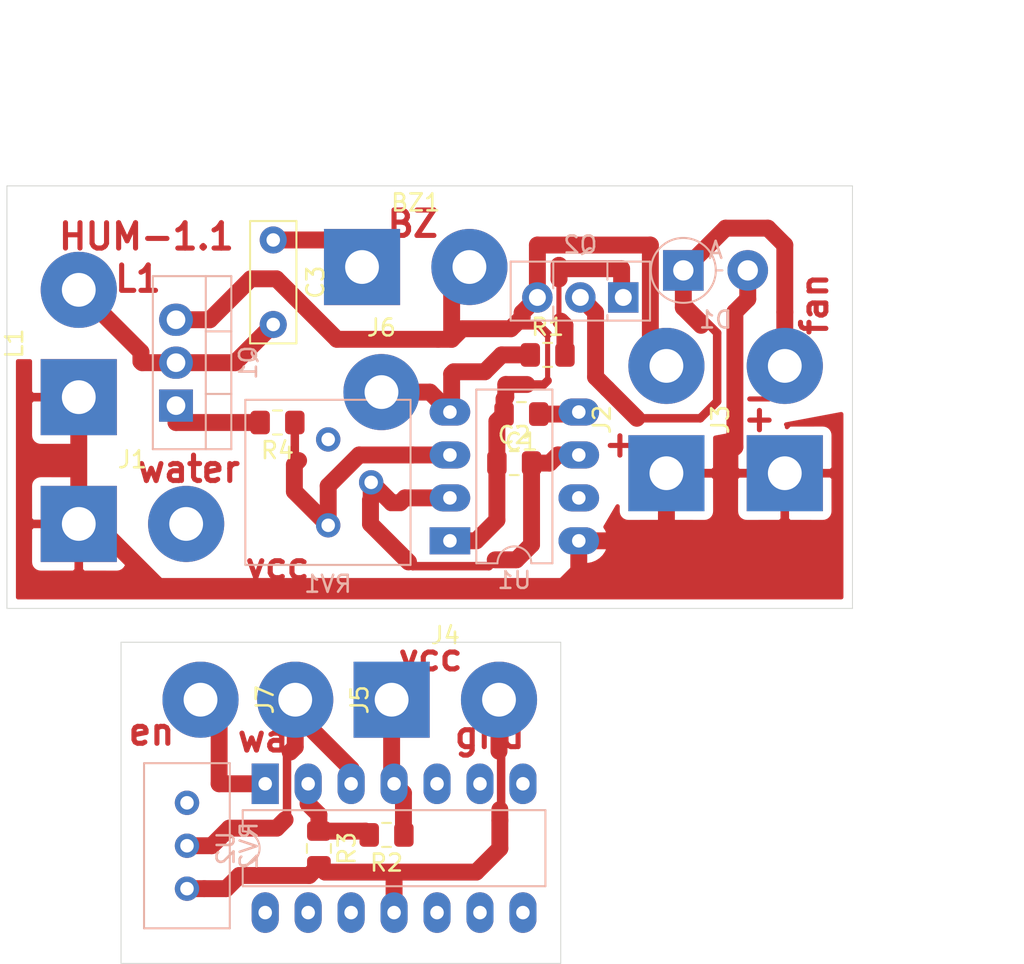
<source format=kicad_pcb>
(kicad_pcb (version 20171130) (host pcbnew 5.1.2)

  (general
    (thickness 1.6)
    (drawings 23)
    (tracks 167)
    (zones 0)
    (modules 23)
    (nets 14)
  )

  (page A4)
  (layers
    (0 F.Cu signal)
    (31 B.Cu signal)
    (32 B.Adhes user hide)
    (33 F.Adhes user hide)
    (34 B.Paste user hide)
    (35 F.Paste user hide)
    (36 B.SilkS user)
    (37 F.SilkS user)
    (38 B.Mask user)
    (39 F.Mask user)
    (40 Dwgs.User user)
    (41 Cmts.User user)
    (42 Eco1.User user)
    (43 Eco2.User user)
    (44 Edge.Cuts user)
    (45 Margin user)
    (46 B.CrtYd user)
    (47 F.CrtYd user)
    (48 B.Fab user)
    (49 F.Fab user)
  )

  (setup
    (last_trace_width 1)
    (user_trace_width 0.3)
    (user_trace_width 0.5)
    (user_trace_width 1)
    (trace_clearance 0.2)
    (zone_clearance 0.508)
    (zone_45_only no)
    (trace_min 0.2)
    (via_size 0.8)
    (via_drill 0.4)
    (via_min_size 0.4)
    (via_min_drill 0.3)
    (user_via 1.2 0.6)
    (uvia_size 0.3)
    (uvia_drill 0.1)
    (uvias_allowed no)
    (uvia_min_size 0.2)
    (uvia_min_drill 0.1)
    (edge_width 0.05)
    (segment_width 0.2)
    (pcb_text_width 0.3)
    (pcb_text_size 1.5 1.5)
    (mod_edge_width 0.12)
    (mod_text_size 1 1)
    (mod_text_width 0.15)
    (pad_size 2.4 1.6)
    (pad_drill 0.8)
    (pad_to_mask_clearance 0.051)
    (solder_mask_min_width 0.25)
    (aux_axis_origin 0 0)
    (visible_elements FFFFFF7F)
    (pcbplotparams
      (layerselection 0x01000_7fffffff)
      (usegerberextensions false)
      (usegerberattributes false)
      (usegerberadvancedattributes false)
      (creategerberjobfile false)
      (excludeedgelayer true)
      (linewidth 0.100000)
      (plotframeref false)
      (viasonmask false)
      (mode 1)
      (useauxorigin false)
      (hpglpennumber 1)
      (hpglpenspeed 20)
      (hpglpendiameter 15.000000)
      (psnegative false)
      (psa4output false)
      (plotreference true)
      (plotvalue true)
      (plotinvisibletext false)
      (padsonsilk false)
      (subtractmaskfromsilk false)
      (outputformat 5)
      (mirror true)
      (drillshape 1)
      (scaleselection 1)
      (outputdirectory ""))
  )

  (net 0 "")
  (net 1 GND)
  (net 2 "Net-(BZ1-Pad1)")
  (net 3 "Net-(C1-Pad1)")
  (net 4 26)
  (net 5 "Net-(C3-Pad2)")
  (net 6 VCC)
  (net 7 "Net-(Q1-Pad1)")
  (net 8 "Net-(R4-Pad1)")
  (net 9 "Net-(D1-Pad1)")
  (net 10 water)
  (net 11 "Net-(Q2-Pad1)")
  (net 12 EN)
  (net 13 "Net-(R2-Pad2)")

  (net_class Default "This is the default net class."
    (clearance 0.2)
    (trace_width 0.25)
    (via_dia 0.8)
    (via_drill 0.4)
    (uvia_dia 0.3)
    (uvia_drill 0.1)
    (add_net 26)
    (add_net EN)
    (add_net GND)
    (add_net "Net-(BZ1-Pad1)")
    (add_net "Net-(C1-Pad1)")
    (add_net "Net-(C3-Pad2)")
    (add_net "Net-(D1-Pad1)")
    (add_net "Net-(Q1-Pad1)")
    (add_net "Net-(Q2-Pad1)")
    (add_net "Net-(R2-Pad2)")
    (add_net "Net-(R4-Pad1)")
    (add_net "Net-(RV1-Pad1)")
    (add_net "Net-(RV2-Pad1)")
    (add_net "Net-(U1-Pad7)")
    (add_net VCC)
    (add_net water)
  )

  (module Connector_Wire:SolderWirePad_1x01_Drill2mm (layer F.Cu) (tedit 5AEE5ED2) (tstamp 5D2A8F2C)
    (at 72.7 113.4 270)
    (descr "Wire solder connection")
    (tags connector)
    (path /5D2C7AFF)
    (attr virtual)
    (fp_text reference J7 (at 0 -3.81 90) (layer F.SilkS)
      (effects (font (size 1 1) (thickness 0.15)))
    )
    (fp_text value en (at 0 3.81 90) (layer F.Fab)
      (effects (font (size 1 1) (thickness 0.15)))
    )
    (fp_line (start 2.75 2.75) (end -2.75 2.75) (layer F.CrtYd) (width 0.05))
    (fp_line (start 2.75 2.75) (end 2.75 -2.75) (layer F.CrtYd) (width 0.05))
    (fp_line (start -2.75 -2.75) (end -2.75 2.75) (layer F.CrtYd) (width 0.05))
    (fp_line (start -2.75 -2.75) (end 2.75 -2.75) (layer F.CrtYd) (width 0.05))
    (fp_text user %R (at 0 0 90) (layer F.Fab)
      (effects (font (size 1 1) (thickness 0.15)))
    )
    (pad 1 thru_hole circle (at 0 0 270) (size 4.50088 4.50088) (drill 1.99898) (layers *.Cu *.Mask)
      (net 12 EN))
  )

  (module Connector_Wire:SolderWirePad_1x01_Drill2mm (layer F.Cu) (tedit 5AEE5ED2) (tstamp 5D2A8679)
    (at 78.3 113.4 270)
    (descr "Wire solder connection")
    (tags connector)
    (path /5D2C5E36)
    (attr virtual)
    (fp_text reference J5 (at 0 -3.81 90) (layer F.SilkS)
      (effects (font (size 1 1) (thickness 0.15)))
    )
    (fp_text value water (at 0 3.81 90) (layer F.Fab)
      (effects (font (size 1 1) (thickness 0.15)))
    )
    (fp_line (start 2.75 2.75) (end -2.75 2.75) (layer F.CrtYd) (width 0.05))
    (fp_line (start 2.75 2.75) (end 2.75 -2.75) (layer F.CrtYd) (width 0.05))
    (fp_line (start -2.75 -2.75) (end -2.75 2.75) (layer F.CrtYd) (width 0.05))
    (fp_line (start -2.75 -2.75) (end 2.75 -2.75) (layer F.CrtYd) (width 0.05))
    (fp_text user %R (at 0 0 90) (layer F.Fab)
      (effects (font (size 1 1) (thickness 0.15)))
    )
    (pad 1 thru_hole circle (at 0 0 270) (size 4.50088 4.50088) (drill 1.99898) (layers *.Cu *.Mask)
      (net 10 water))
  )

  (module Connector_Wire:SolderWirePad_1x01_Drill2mm (layer F.Cu) (tedit 5AEE5ED2) (tstamp 5D2A7913)
    (at 83.4 95.2)
    (descr "Wire solder connection")
    (tags connector)
    (path /5D2BC582)
    (attr virtual)
    (fp_text reference J6 (at 0 -3.81) (layer F.SilkS)
      (effects (font (size 1 1) (thickness 0.15)))
    )
    (fp_text value en (at 0 3.81) (layer F.Fab)
      (effects (font (size 1 1) (thickness 0.15)))
    )
    (fp_line (start 2.75 2.75) (end -2.75 2.75) (layer F.CrtYd) (width 0.05))
    (fp_line (start 2.75 2.75) (end 2.75 -2.75) (layer F.CrtYd) (width 0.05))
    (fp_line (start -2.75 -2.75) (end -2.75 2.75) (layer F.CrtYd) (width 0.05))
    (fp_line (start -2.75 -2.75) (end 2.75 -2.75) (layer F.CrtYd) (width 0.05))
    (fp_text user %R (at 0 0) (layer F.Fab)
      (effects (font (size 1 1) (thickness 0.15)))
    )
    (pad 1 thru_hole circle (at 0 0) (size 4.50088 4.50088) (drill 1.99898) (layers *.Cu *.Mask)
      (net 12 EN))
  )

  (module Connector_Wire:SolderWirePad_1x02_P7.62mm_Drill2mm (layer F.Cu) (tedit 5AEE5F3D) (tstamp 5D2A78FF)
    (at 84 113.4)
    (descr "Wire solder connection")
    (tags connector)
    (path /5D2BA9A7)
    (attr virtual)
    (fp_text reference J4 (at 3.175 -3.81) (layer F.SilkS)
      (effects (font (size 1 1) (thickness 0.15)))
    )
    (fp_text value PWR (at 3.175 3.81) (layer F.Fab)
      (effects (font (size 1 1) (thickness 0.15)))
    )
    (fp_line (start 9.09 2.75) (end -2.75 2.75) (layer F.CrtYd) (width 0.05))
    (fp_line (start 9.09 2.75) (end 9.09 -2.75) (layer F.CrtYd) (width 0.05))
    (fp_line (start -2.75 -2.75) (end -2.75 2.75) (layer F.CrtYd) (width 0.05))
    (fp_line (start -2.75 -2.75) (end 9.09 -2.75) (layer F.CrtYd) (width 0.05))
    (fp_text user %R (at 3.175 0) (layer F.Fab)
      (effects (font (size 1 1) (thickness 0.15)))
    )
    (pad 2 thru_hole circle (at 6.35 0) (size 4.50088 4.50088) (drill 1.99898) (layers *.Cu *.Mask)
      (net 1 GND))
    (pad 1 thru_hole rect (at 0 0) (size 4.50088 4.50088) (drill 1.99898) (layers *.Cu *.Mask)
      (net 6 VCC))
  )

  (module Package_DIP:DIP-14_W7.62mm_LongPads (layer B.Cu) (tedit 5A02E8C5) (tstamp 5D2A6E05)
    (at 76.524999 118.375001 270)
    (descr "14-lead though-hole mounted DIP package, row spacing 7.62 mm (300 mils), LongPads")
    (tags "THT DIP DIL PDIP 2.54mm 7.62mm 300mil LongPads")
    (path /5D2A75B3)
    (fp_text reference U2 (at 3.81 2.33 90) (layer B.SilkS)
      (effects (font (size 1 1) (thickness 0.15)) (justify mirror))
    )
    (fp_text value LM324 (at 3.81 -17.57 90) (layer B.Fab)
      (effects (font (size 1 1) (thickness 0.15)) (justify mirror))
    )
    (fp_text user %R (at 3.81 -7.62 90) (layer B.Fab)
      (effects (font (size 1 1) (thickness 0.15)) (justify mirror))
    )
    (fp_line (start 9.1 1.55) (end -1.45 1.55) (layer B.CrtYd) (width 0.05))
    (fp_line (start 9.1 -16.8) (end 9.1 1.55) (layer B.CrtYd) (width 0.05))
    (fp_line (start -1.45 -16.8) (end 9.1 -16.8) (layer B.CrtYd) (width 0.05))
    (fp_line (start -1.45 1.55) (end -1.45 -16.8) (layer B.CrtYd) (width 0.05))
    (fp_line (start 6.06 1.33) (end 4.81 1.33) (layer B.SilkS) (width 0.12))
    (fp_line (start 6.06 -16.57) (end 6.06 1.33) (layer B.SilkS) (width 0.12))
    (fp_line (start 1.56 -16.57) (end 6.06 -16.57) (layer B.SilkS) (width 0.12))
    (fp_line (start 1.56 1.33) (end 1.56 -16.57) (layer B.SilkS) (width 0.12))
    (fp_line (start 2.81 1.33) (end 1.56 1.33) (layer B.SilkS) (width 0.12))
    (fp_line (start 0.635 0.27) (end 1.635 1.27) (layer B.Fab) (width 0.1))
    (fp_line (start 0.635 -16.51) (end 0.635 0.27) (layer B.Fab) (width 0.1))
    (fp_line (start 6.985 -16.51) (end 0.635 -16.51) (layer B.Fab) (width 0.1))
    (fp_line (start 6.985 1.27) (end 6.985 -16.51) (layer B.Fab) (width 0.1))
    (fp_line (start 1.635 1.27) (end 6.985 1.27) (layer B.Fab) (width 0.1))
    (fp_arc (start 3.81 1.33) (end 2.81 1.33) (angle 180) (layer B.SilkS) (width 0.12))
    (pad 14 thru_hole oval (at 7.62 0 270) (size 2.4 1.6) (drill 0.8) (layers *.Cu *.Mask))
    (pad 7 thru_hole oval (at 0 -15.24 270) (size 2.4 1.6) (drill 0.8) (layers *.Cu *.Mask))
    (pad 13 thru_hole oval (at 7.62 -2.54 270) (size 2.4 1.6) (drill 0.8) (layers *.Cu *.Mask))
    (pad 6 thru_hole oval (at 0 -12.7 270) (size 2.4 1.6) (drill 0.8) (layers *.Cu *.Mask))
    (pad 12 thru_hole oval (at 7.62 -5.08 270) (size 2.4 1.6) (drill 0.8) (layers *.Cu *.Mask))
    (pad 5 thru_hole oval (at 0 -10.16 270) (size 2.4 1.6) (drill 0.8) (layers *.Cu *.Mask))
    (pad 11 thru_hole oval (at 7.62 -7.62 270) (size 2.4 1.6) (drill 0.8) (layers *.Cu *.Mask)
      (net 1 GND))
    (pad 4 thru_hole oval (at 0 -7.62 270) (size 2.4 1.6) (drill 0.8) (layers *.Cu *.Mask)
      (net 6 VCC))
    (pad 10 thru_hole oval (at 7.62 -10.16 270) (size 2.4 1.6) (drill 0.8) (layers *.Cu *.Mask))
    (pad 3 thru_hole oval (at 0 -5.08 270) (size 2.4 1.6) (drill 0.8) (layers *.Cu *.Mask)
      (net 10 water))
    (pad 9 thru_hole oval (at 7.62 -12.7 270) (size 2.4 1.6) (drill 0.8) (layers *.Cu *.Mask))
    (pad 2 thru_hole oval (at 0 -2.54 270) (size 2.4 1.6) (drill 0.8) (layers *.Cu *.Mask)
      (net 13 "Net-(R2-Pad2)"))
    (pad 8 thru_hole oval (at 7.62 -15.24 270) (size 2.4 1.6) (drill 0.8) (layers *.Cu *.Mask))
    (pad 1 thru_hole rect (at 0 0 270) (size 2.4 1.6) (drill 0.8) (layers *.Cu *.Mask)
      (net 12 EN))
    (model ${KISYS3DMOD}/Package_DIP.3dshapes/DIP-14_W7.62mm.wrl
      (at (xyz 0 0 0))
      (scale (xyz 1 1 1))
      (rotate (xyz 0 0 0))
    )
  )

  (module Potentiometer_THT:Potentiometer_Bourns_3296W_Vertical (layer B.Cu) (tedit 5A3D4994) (tstamp 5D2A6DAD)
    (at 71.9 119.5 90)
    (descr "Potentiometer, vertical, Bourns 3296W, https://www.bourns.com/pdfs/3296.pdf")
    (tags "Potentiometer vertical Bourns 3296W")
    (path /5D2B1E6C)
    (fp_text reference RV2 (at -2.54 3.66 90) (layer B.SilkS)
      (effects (font (size 1 1) (thickness 0.15)) (justify mirror))
    )
    (fp_text value 100K (at -2.54 -3.67 90) (layer B.Fab)
      (effects (font (size 1 1) (thickness 0.15)) (justify mirror))
    )
    (fp_text user %R (at -3.175 -0.005 90) (layer B.Fab)
      (effects (font (size 1 1) (thickness 0.15)) (justify mirror))
    )
    (fp_line (start 2.5 2.7) (end -7.6 2.7) (layer B.CrtYd) (width 0.05))
    (fp_line (start 2.5 -2.7) (end 2.5 2.7) (layer B.CrtYd) (width 0.05))
    (fp_line (start -7.6 -2.7) (end 2.5 -2.7) (layer B.CrtYd) (width 0.05))
    (fp_line (start -7.6 2.7) (end -7.6 -2.7) (layer B.CrtYd) (width 0.05))
    (fp_line (start 2.345 2.53) (end 2.345 -2.54) (layer B.SilkS) (width 0.12))
    (fp_line (start -7.425 2.53) (end -7.425 -2.54) (layer B.SilkS) (width 0.12))
    (fp_line (start -7.425 -2.54) (end 2.345 -2.54) (layer B.SilkS) (width 0.12))
    (fp_line (start -7.425 2.53) (end 2.345 2.53) (layer B.SilkS) (width 0.12))
    (fp_line (start 0.955 -2.235) (end 0.956 -0.066) (layer B.Fab) (width 0.1))
    (fp_line (start 0.955 -2.235) (end 0.956 -0.066) (layer B.Fab) (width 0.1))
    (fp_line (start 2.225 2.41) (end -7.305 2.41) (layer B.Fab) (width 0.1))
    (fp_line (start 2.225 -2.42) (end 2.225 2.41) (layer B.Fab) (width 0.1))
    (fp_line (start -7.305 -2.42) (end 2.225 -2.42) (layer B.Fab) (width 0.1))
    (fp_line (start -7.305 2.41) (end -7.305 -2.42) (layer B.Fab) (width 0.1))
    (fp_circle (center 0.955 -1.15) (end 2.05 -1.15) (layer B.Fab) (width 0.1))
    (pad 3 thru_hole circle (at -5.08 0 90) (size 1.44 1.44) (drill 0.8) (layers *.Cu *.Mask)
      (net 1 GND))
    (pad 2 thru_hole circle (at -2.54 0 90) (size 1.44 1.44) (drill 0.8) (layers *.Cu *.Mask)
      (net 10 water))
    (pad 1 thru_hole circle (at 0 0 90) (size 1.44 1.44) (drill 0.8) (layers *.Cu *.Mask))
    (model ${KISYS3DMOD}/Potentiometer_THT.3dshapes/Potentiometer_Bourns_3296W_Vertical.wrl
      (at (xyz 0 0 0))
      (scale (xyz 1 1 1))
      (rotate (xyz 0 0 0))
    )
  )

  (module Resistor_SMD:R_0805_2012Metric_Pad1.15x1.40mm_HandSolder (layer F.Cu) (tedit 5B36C52B) (tstamp 5D2A6D4A)
    (at 79.7 122.2 270)
    (descr "Resistor SMD 0805 (2012 Metric), square (rectangular) end terminal, IPC_7351 nominal with elongated pad for handsoldering. (Body size source: https://docs.google.com/spreadsheets/d/1BsfQQcO9C6DZCsRaXUlFlo91Tg2WpOkGARC1WS5S8t0/edit?usp=sharing), generated with kicad-footprint-generator")
    (tags "resistor handsolder")
    (path /5D2ADB6A)
    (attr smd)
    (fp_text reference R3 (at 0 -1.65 90) (layer F.SilkS)
      (effects (font (size 1 1) (thickness 0.15)))
    )
    (fp_text value 47K (at 0 1.65 90) (layer F.Fab)
      (effects (font (size 1 1) (thickness 0.15)))
    )
    (fp_text user %R (at 0 0 90) (layer F.Fab)
      (effects (font (size 0.5 0.5) (thickness 0.08)))
    )
    (fp_line (start 1.85 0.95) (end -1.85 0.95) (layer F.CrtYd) (width 0.05))
    (fp_line (start 1.85 -0.95) (end 1.85 0.95) (layer F.CrtYd) (width 0.05))
    (fp_line (start -1.85 -0.95) (end 1.85 -0.95) (layer F.CrtYd) (width 0.05))
    (fp_line (start -1.85 0.95) (end -1.85 -0.95) (layer F.CrtYd) (width 0.05))
    (fp_line (start -0.261252 0.71) (end 0.261252 0.71) (layer F.SilkS) (width 0.12))
    (fp_line (start -0.261252 -0.71) (end 0.261252 -0.71) (layer F.SilkS) (width 0.12))
    (fp_line (start 1 0.6) (end -1 0.6) (layer F.Fab) (width 0.1))
    (fp_line (start 1 -0.6) (end 1 0.6) (layer F.Fab) (width 0.1))
    (fp_line (start -1 -0.6) (end 1 -0.6) (layer F.Fab) (width 0.1))
    (fp_line (start -1 0.6) (end -1 -0.6) (layer F.Fab) (width 0.1))
    (pad 2 smd roundrect (at 1.025 0 270) (size 1.15 1.4) (layers F.Cu F.Paste F.Mask) (roundrect_rratio 0.217391)
      (net 1 GND))
    (pad 1 smd roundrect (at -1.025 0 270) (size 1.15 1.4) (layers F.Cu F.Paste F.Mask) (roundrect_rratio 0.217391)
      (net 13 "Net-(R2-Pad2)"))
    (model ${KISYS3DMOD}/Resistor_SMD.3dshapes/R_0805_2012Metric.wrl
      (at (xyz 0 0 0))
      (scale (xyz 1 1 1))
      (rotate (xyz 0 0 0))
    )
  )

  (module Resistor_SMD:R_0805_2012Metric_Pad1.15x1.40mm_HandSolder (layer F.Cu) (tedit 5B36C52B) (tstamp 5D2A6D39)
    (at 83.7 121.4 180)
    (descr "Resistor SMD 0805 (2012 Metric), square (rectangular) end terminal, IPC_7351 nominal with elongated pad for handsoldering. (Body size source: https://docs.google.com/spreadsheets/d/1BsfQQcO9C6DZCsRaXUlFlo91Tg2WpOkGARC1WS5S8t0/edit?usp=sharing), generated with kicad-footprint-generator")
    (tags "resistor handsolder")
    (path /5D2AE8F7)
    (attr smd)
    (fp_text reference R2 (at 0 -1.65) (layer F.SilkS)
      (effects (font (size 1 1) (thickness 0.15)))
    )
    (fp_text value 47k (at 0 1.65) (layer F.Fab)
      (effects (font (size 1 1) (thickness 0.15)))
    )
    (fp_text user %R (at 0 0) (layer F.Fab)
      (effects (font (size 0.5 0.5) (thickness 0.08)))
    )
    (fp_line (start 1.85 0.95) (end -1.85 0.95) (layer F.CrtYd) (width 0.05))
    (fp_line (start 1.85 -0.95) (end 1.85 0.95) (layer F.CrtYd) (width 0.05))
    (fp_line (start -1.85 -0.95) (end 1.85 -0.95) (layer F.CrtYd) (width 0.05))
    (fp_line (start -1.85 0.95) (end -1.85 -0.95) (layer F.CrtYd) (width 0.05))
    (fp_line (start -0.261252 0.71) (end 0.261252 0.71) (layer F.SilkS) (width 0.12))
    (fp_line (start -0.261252 -0.71) (end 0.261252 -0.71) (layer F.SilkS) (width 0.12))
    (fp_line (start 1 0.6) (end -1 0.6) (layer F.Fab) (width 0.1))
    (fp_line (start 1 -0.6) (end 1 0.6) (layer F.Fab) (width 0.1))
    (fp_line (start -1 -0.6) (end 1 -0.6) (layer F.Fab) (width 0.1))
    (fp_line (start -1 0.6) (end -1 -0.6) (layer F.Fab) (width 0.1))
    (pad 2 smd roundrect (at 1.025 0 180) (size 1.15 1.4) (layers F.Cu F.Paste F.Mask) (roundrect_rratio 0.217391)
      (net 13 "Net-(R2-Pad2)"))
    (pad 1 smd roundrect (at -1.025 0 180) (size 1.15 1.4) (layers F.Cu F.Paste F.Mask) (roundrect_rratio 0.217391)
      (net 6 VCC))
    (model ${KISYS3DMOD}/Resistor_SMD.3dshapes/R_0805_2012Metric.wrl
      (at (xyz 0 0 0))
      (scale (xyz 1 1 1))
      (rotate (xyz 0 0 0))
    )
  )

  (module Package_TO_SOT_THT:TO-126-3_Vertical (layer B.Cu) (tedit 5AC8BA0D) (tstamp 5D2A6D08)
    (at 97.7 89.6 180)
    (descr "TO-126-3, Vertical, RM 2.54mm, see https://www.diodes.com/assets/Package-Files/TO126.pdf")
    (tags "TO-126-3 Vertical RM 2.54mm")
    (path /5D2A6785)
    (fp_text reference Q2 (at 2.54 3.12) (layer B.SilkS)
      (effects (font (size 1 1) (thickness 0.15)) (justify mirror))
    )
    (fp_text value MJE13003 (at 2.54 -2.5) (layer B.Fab)
      (effects (font (size 1 1) (thickness 0.15)) (justify mirror))
    )
    (fp_text user %R (at 2.54 3.12) (layer B.Fab)
      (effects (font (size 1 1) (thickness 0.15)) (justify mirror))
    )
    (fp_line (start 6.79 2.25) (end -1.71 2.25) (layer B.CrtYd) (width 0.05))
    (fp_line (start 6.79 -1.5) (end 6.79 2.25) (layer B.CrtYd) (width 0.05))
    (fp_line (start -1.71 -1.5) (end 6.79 -1.5) (layer B.CrtYd) (width 0.05))
    (fp_line (start -1.71 2.25) (end -1.71 -1.5) (layer B.CrtYd) (width 0.05))
    (fp_line (start 4.141 -0.54) (end 4.141 -1.37) (layer B.SilkS) (width 0.12))
    (fp_line (start 4.141 2.12) (end 4.141 0.54) (layer B.SilkS) (width 0.12))
    (fp_line (start 0.94 -1.05) (end 0.94 -1.37) (layer B.SilkS) (width 0.12))
    (fp_line (start 0.94 2.12) (end 0.94 1.05) (layer B.SilkS) (width 0.12))
    (fp_line (start 6.66 2.12) (end 6.66 -1.37) (layer B.SilkS) (width 0.12))
    (fp_line (start -1.58 2.12) (end -1.58 -1.37) (layer B.SilkS) (width 0.12))
    (fp_line (start -1.58 -1.37) (end 6.66 -1.37) (layer B.SilkS) (width 0.12))
    (fp_line (start -1.58 2.12) (end 6.66 2.12) (layer B.SilkS) (width 0.12))
    (fp_line (start 4.14 2) (end 4.14 -1.25) (layer B.Fab) (width 0.1))
    (fp_line (start 0.94 2) (end 0.94 -1.25) (layer B.Fab) (width 0.1))
    (fp_line (start 6.54 2) (end -1.46 2) (layer B.Fab) (width 0.1))
    (fp_line (start 6.54 -1.25) (end 6.54 2) (layer B.Fab) (width 0.1))
    (fp_line (start -1.46 -1.25) (end 6.54 -1.25) (layer B.Fab) (width 0.1))
    (fp_line (start -1.46 2) (end -1.46 -1.25) (layer B.Fab) (width 0.1))
    (pad 3 thru_hole oval (at 5.08 0 180) (size 1.8 1.8) (drill 1) (layers *.Cu *.Mask)
      (net 1 GND))
    (pad 2 thru_hole oval (at 2.54 0 180) (size 1.8 1.8) (drill 1) (layers *.Cu *.Mask)
      (net 9 "Net-(D1-Pad1)"))
    (pad 1 thru_hole rect (at 0 0 180) (size 1.8 1.8) (drill 1) (layers *.Cu *.Mask)
      (net 11 "Net-(Q2-Pad1)"))
    (model ${KISYS3DMOD}/Package_TO_SOT_THT.3dshapes/TO-126-3_Vertical.wrl
      (at (xyz 0 0 0))
      (scale (xyz 1 1 1))
      (rotate (xyz 0 0 0))
    )
  )

  (module Potentiometer_THT:Potentiometer_Bourns_3386P_Vertical (layer B.Cu) (tedit 5AA07388) (tstamp 5D272A11)
    (at 80.25 98)
    (descr "Potentiometer, vertical, Bourns 3386P, https://www.bourns.com/pdfs/3386.pdf")
    (tags "Potentiometer vertical Bourns 3386P")
    (path /5D257C01)
    (fp_text reference RV1 (at -0.015 8.555) (layer B.SilkS)
      (effects (font (size 1 1) (thickness 0.15)) (justify mirror))
    )
    (fp_text value 5K (at -0.015 -3.475) (layer B.Fab)
      (effects (font (size 1 1) (thickness 0.15)) (justify mirror))
    )
    (fp_text user %R (at -3.78 2.54 -90) (layer B.Fab)
      (effects (font (size 1 1) (thickness 0.15)) (justify mirror))
    )
    (fp_line (start 5 7.56) (end -5.03 7.56) (layer B.CrtYd) (width 0.05))
    (fp_line (start 5 -2.48) (end 5 7.56) (layer B.CrtYd) (width 0.05))
    (fp_line (start -5.03 -2.48) (end 5 -2.48) (layer B.CrtYd) (width 0.05))
    (fp_line (start -5.03 7.56) (end -5.03 -2.48) (layer B.CrtYd) (width 0.05))
    (fp_line (start 4.87 7.425) (end 4.87 -2.345) (layer B.SilkS) (width 0.12))
    (fp_line (start -4.9 7.425) (end -4.9 -2.345) (layer B.SilkS) (width 0.12))
    (fp_line (start -4.9 -2.345) (end 4.87 -2.345) (layer B.SilkS) (width 0.12))
    (fp_line (start -4.9 7.425) (end 4.87 7.425) (layer B.SilkS) (width 0.12))
    (fp_line (start -0.891 0.98) (end -0.89 4.099) (layer B.Fab) (width 0.1))
    (fp_line (start -0.891 0.98) (end -0.89 4.099) (layer B.Fab) (width 0.1))
    (fp_line (start 4.75 7.305) (end -4.78 7.305) (layer B.Fab) (width 0.1))
    (fp_line (start 4.75 -2.225) (end 4.75 7.305) (layer B.Fab) (width 0.1))
    (fp_line (start -4.78 -2.225) (end 4.75 -2.225) (layer B.Fab) (width 0.1))
    (fp_line (start -4.78 7.305) (end -4.78 -2.225) (layer B.Fab) (width 0.1))
    (fp_circle (center -0.891 2.54) (end 0.684 2.54) (layer B.Fab) (width 0.1))
    (pad 1 thru_hole circle (at 0 0) (size 1.44 1.44) (drill 0.8) (layers *.Cu *.Mask))
    (pad 2 thru_hole circle (at 2.54 2.54) (size 1.44 1.44) (drill 0.8) (layers *.Cu *.Mask)
      (net 4 26))
    (pad 3 thru_hole circle (at 0 5.08) (size 1.44 1.44) (drill 0.8) (layers *.Cu *.Mask)
      (net 8 "Net-(R4-Pad1)"))
    (model ${KISYS3DMOD}/Potentiometer_THT.3dshapes/Potentiometer_Bourns_3386P_Vertical.wrl
      (at (xyz 0 0 0))
      (scale (xyz 1 1 1))
      (rotate (xyz 0 0 0))
    )
  )

  (module Resistor_SMD:R_0805_2012Metric_Pad1.15x1.40mm_HandSolder (layer F.Cu) (tedit 5B36C52B) (tstamp 5D271C79)
    (at 93.225 93)
    (descr "Resistor SMD 0805 (2012 Metric), square (rectangular) end terminal, IPC_7351 nominal with elongated pad for handsoldering. (Body size source: https://docs.google.com/spreadsheets/d/1BsfQQcO9C6DZCsRaXUlFlo91Tg2WpOkGARC1WS5S8t0/edit?usp=sharing), generated with kicad-footprint-generator")
    (tags "resistor handsolder")
    (path /5D27333A)
    (attr smd)
    (fp_text reference R1 (at 0 -1.65) (layer F.SilkS)
      (effects (font (size 1 1) (thickness 0.15)))
    )
    (fp_text value 1k (at 0 1.65) (layer F.Fab)
      (effects (font (size 1 1) (thickness 0.15)))
    )
    (fp_text user %R (at 0 0) (layer F.Fab)
      (effects (font (size 0.5 0.5) (thickness 0.08)))
    )
    (fp_line (start 1.85 0.95) (end -1.85 0.95) (layer F.CrtYd) (width 0.05))
    (fp_line (start 1.85 -0.95) (end 1.85 0.95) (layer F.CrtYd) (width 0.05))
    (fp_line (start -1.85 -0.95) (end 1.85 -0.95) (layer F.CrtYd) (width 0.05))
    (fp_line (start -1.85 0.95) (end -1.85 -0.95) (layer F.CrtYd) (width 0.05))
    (fp_line (start -0.261252 0.71) (end 0.261252 0.71) (layer F.SilkS) (width 0.12))
    (fp_line (start -0.261252 -0.71) (end 0.261252 -0.71) (layer F.SilkS) (width 0.12))
    (fp_line (start 1 0.6) (end -1 0.6) (layer F.Fab) (width 0.1))
    (fp_line (start 1 -0.6) (end 1 0.6) (layer F.Fab) (width 0.1))
    (fp_line (start -1 -0.6) (end 1 -0.6) (layer F.Fab) (width 0.1))
    (fp_line (start -1 0.6) (end -1 -0.6) (layer F.Fab) (width 0.1))
    (pad 2 smd roundrect (at 1.025 0) (size 1.15 1.4) (layers F.Cu F.Paste F.Mask) (roundrect_rratio 0.217391)
      (net 11 "Net-(Q2-Pad1)"))
    (pad 1 smd roundrect (at -1.025 0) (size 1.15 1.4) (layers F.Cu F.Paste F.Mask) (roundrect_rratio 0.217391)
      (net 12 EN))
    (model ${KISYS3DMOD}/Resistor_SMD.3dshapes/R_0805_2012Metric.wrl
      (at (xyz 0 0 0))
      (scale (xyz 1 1 1))
      (rotate (xyz 0 0 0))
    )
  )

  (module Connector_Wire:SolderWirePad_1x02_P7.62mm_Drill2mm (layer F.Cu) (tedit 5AEE5F3D) (tstamp 5D271C10)
    (at 107.25 100 90)
    (descr "Wire solder connection")
    (tags connector)
    (path /5D2715F1)
    (attr virtual)
    (fp_text reference J3 (at 3.175 -3.81 90) (layer F.SilkS)
      (effects (font (size 1 1) (thickness 0.15)))
    )
    (fp_text value FAN (at 3.175 3.81 90) (layer F.Fab)
      (effects (font (size 1 1) (thickness 0.15)))
    )
    (fp_line (start 9.09 2.75) (end -2.75 2.75) (layer F.CrtYd) (width 0.05))
    (fp_line (start 9.09 2.75) (end 9.09 -2.75) (layer F.CrtYd) (width 0.05))
    (fp_line (start -2.75 -2.75) (end -2.75 2.75) (layer F.CrtYd) (width 0.05))
    (fp_line (start -2.75 -2.75) (end 9.09 -2.75) (layer F.CrtYd) (width 0.05))
    (fp_text user %R (at 3.175 0 90) (layer F.Fab)
      (effects (font (size 1 1) (thickness 0.15)))
    )
    (pad 2 thru_hole circle (at 6.35 0 90) (size 4.50088 4.50088) (drill 1.99898) (layers *.Cu *.Mask)
      (net 9 "Net-(D1-Pad1)"))
    (pad 1 thru_hole rect (at 0 0 90) (size 4.50088 4.50088) (drill 1.99898) (layers *.Cu *.Mask)
      (net 6 VCC))
  )

  (module Diode_THT:D_DO-15_P3.81mm_Vertical_AnodeUp (layer B.Cu) (tedit 5B526DD4) (tstamp 5D271BDD)
    (at 101.25 88)
    (descr "Diode, DO-15 series, Axial, Vertical, pin pitch=3.81mm, , length*diameter=7.6*3.6mm^2, , http://www.diodes.com/_files/packages/DO-15.pdf")
    (tags "Diode DO-15 series Axial Vertical pin pitch 3.81mm  length 7.6mm diameter 3.6mm")
    (path /5D2746DC)
    (fp_text reference D1 (at 1.905 2.92) (layer B.SilkS)
      (effects (font (size 1 1) (thickness 0.15)) (justify mirror))
    )
    (fp_text value 4141 (at 1.905 -4.2535) (layer B.Fab)
      (effects (font (size 1 1) (thickness 0.15)) (justify mirror))
    )
    (fp_text user A (at 1.91 -1.2) (layer B.SilkS)
      (effects (font (size 1 1) (thickness 0.15)) (justify mirror))
    )
    (fp_text user A (at 1.91 -1.2) (layer B.Fab)
      (effects (font (size 1 1) (thickness 0.15)) (justify mirror))
    )
    (fp_text user %R (at 1.905 2.92) (layer B.Fab)
      (effects (font (size 1 1) (thickness 0.15)) (justify mirror))
    )
    (fp_line (start 5.26 2.05) (end -2.05 2.05) (layer B.CrtYd) (width 0.05))
    (fp_line (start 5.26 -2.05) (end 5.26 2.05) (layer B.CrtYd) (width 0.05))
    (fp_line (start -2.05 -2.05) (end 5.26 -2.05) (layer B.CrtYd) (width 0.05))
    (fp_line (start -2.05 2.05) (end -2.05 -2.05) (layer B.CrtYd) (width 0.05))
    (fp_line (start 1.92 0) (end 2.31 0) (layer B.SilkS) (width 0.12))
    (fp_line (start 0 0) (end 3.81 0) (layer B.Fab) (width 0.1))
    (fp_circle (center 0 0) (end 1.92 0) (layer B.SilkS) (width 0.12))
    (fp_circle (center 0 0) (end 1.8 0) (layer B.Fab) (width 0.1))
    (pad 2 thru_hole oval (at 3.81 0) (size 2.4 2.4) (drill 1.2) (layers *.Cu *.Mask)
      (net 6 VCC))
    (pad 1 thru_hole rect (at 0 0) (size 2.4 2.4) (drill 1.2) (layers *.Cu *.Mask)
      (net 9 "Net-(D1-Pad1)"))
    (model ${KISYS3DMOD}/Diode_THT.3dshapes/D_DO-15_P3.81mm_Vertical_AnodeUp.wrl
      (at (xyz 0 0 0))
      (scale (xyz 1 1 1))
      (rotate (xyz 0 0 0))
    )
  )

  (module Connector_Wire:SolderWirePad_1x02_P7.62mm_Drill2mm (layer F.Cu) (tedit 5AEE5F3D) (tstamp 5D272ED1)
    (at 100.25 100 90)
    (descr "Wire solder connection")
    (tags connector)
    (path /5D262517)
    (attr virtual)
    (fp_text reference J2 (at 3.175 -3.81 90) (layer F.SilkS)
      (effects (font (size 1 1) (thickness 0.15)))
    )
    (fp_text value PWR (at 3.175 3.81 90) (layer F.Fab)
      (effects (font (size 1 1) (thickness 0.15)))
    )
    (fp_line (start 9.09 2.75) (end -2.75 2.75) (layer F.CrtYd) (width 0.05))
    (fp_line (start 9.09 2.75) (end 9.09 -2.75) (layer F.CrtYd) (width 0.05))
    (fp_line (start -2.75 -2.75) (end -2.75 2.75) (layer F.CrtYd) (width 0.05))
    (fp_line (start -2.75 -2.75) (end 9.09 -2.75) (layer F.CrtYd) (width 0.05))
    (fp_text user %R (at 3.175 0 90) (layer F.Fab)
      (effects (font (size 1 1) (thickness 0.15)))
    )
    (pad 2 thru_hole circle (at 6.35 0 90) (size 4.50088 4.50088) (drill 1.99898) (layers *.Cu *.Mask)
      (net 1 GND))
    (pad 1 thru_hole rect (at 0 0 90) (size 4.50088 4.50088) (drill 1.99898) (layers *.Cu *.Mask)
      (net 6 VCC))
  )

  (module Package_DIP:DIP-8_W7.62mm_LongPads (layer B.Cu) (tedit 5D28471E) (tstamp 5D24BDDE)
    (at 87.448 104)
    (descr "8-lead though-hole mounted DIP package, row spacing 7.62 mm (300 mils), LongPads")
    (tags "THT DIP DIL PDIP 2.54mm 7.62mm 300mil LongPads")
    (path /5D2497E6)
    (fp_text reference U1 (at 3.81 2.33) (layer B.SilkS)
      (effects (font (size 1 1) (thickness 0.15)) (justify mirror))
    )
    (fp_text value NE555 (at 3.81 -9.95) (layer B.Fab)
      (effects (font (size 1 1) (thickness 0.15)) (justify mirror))
    )
    (fp_text user %R (at 3.81 -3.81) (layer B.Fab)
      (effects (font (size 1 1) (thickness 0.15)) (justify mirror))
    )
    (fp_line (start 9.1 1.55) (end -1.45 1.55) (layer B.CrtYd) (width 0.05))
    (fp_line (start 9.1 -9.15) (end 9.1 1.55) (layer B.CrtYd) (width 0.05))
    (fp_line (start -1.45 -9.15) (end 9.1 -9.15) (layer B.CrtYd) (width 0.05))
    (fp_line (start -1.45 1.55) (end -1.45 -9.15) (layer B.CrtYd) (width 0.05))
    (fp_line (start 6.06 1.33) (end 4.81 1.33) (layer B.SilkS) (width 0.12))
    (fp_line (start 6.06 -8.95) (end 6.06 1.33) (layer B.SilkS) (width 0.12))
    (fp_line (start 1.56 -8.95) (end 6.06 -8.95) (layer B.SilkS) (width 0.12))
    (fp_line (start 1.56 1.33) (end 1.56 -8.95) (layer B.SilkS) (width 0.12))
    (fp_line (start 2.81 1.33) (end 1.56 1.33) (layer B.SilkS) (width 0.12))
    (fp_line (start 0.635 0.27) (end 1.635 1.27) (layer B.Fab) (width 0.1))
    (fp_line (start 0.635 -8.89) (end 0.635 0.27) (layer B.Fab) (width 0.1))
    (fp_line (start 6.985 -8.89) (end 0.635 -8.89) (layer B.Fab) (width 0.1))
    (fp_line (start 6.985 1.27) (end 6.985 -8.89) (layer B.Fab) (width 0.1))
    (fp_line (start 1.635 1.27) (end 6.985 1.27) (layer B.Fab) (width 0.1))
    (fp_arc (start 3.81 1.33) (end 2.81 1.33) (angle 180) (layer B.SilkS) (width 0.12))
    (pad 8 thru_hole oval (at 7.62 0) (size 2.4 1.6) (drill 0.8) (layers *.Cu *.Mask)
      (net 6 VCC))
    (pad 4 thru_hole oval (at 0 -7.62) (size 2.4 1.6) (drill 0.8) (layers *.Cu *.Mask)
      (net 12 EN))
    (pad 7 thru_hole oval (at 7.62 -2.54) (size 2.4 1.6) (drill 0.8) (layers *.Cu *.Mask))
    (pad 3 thru_hole oval (at 0 -5.08) (size 2.4 1.6) (drill 0.8) (layers *.Cu *.Mask)
      (net 8 "Net-(R4-Pad1)"))
    (pad 6 thru_hole oval (at 7.62 -5.08) (size 2.4 1.6) (drill 0.8) (layers *.Cu *.Mask)
      (net 4 26))
    (pad 2 thru_hole oval (at 0 -2.54) (size 2.4 1.6) (drill 0.8) (layers *.Cu *.Mask)
      (net 4 26))
    (pad 5 thru_hole oval (at 7.62 -7.62) (size 2.4 1.6) (drill 0.8) (layers *.Cu *.Mask)
      (net 3 "Net-(C1-Pad1)"))
    (pad 1 thru_hole rect (at 0 0) (size 2.4 1.6) (drill 0.8) (layers *.Cu *.Mask)
      (net 1 GND))
    (model ${KISYS3DMOD}/Package_DIP.3dshapes/DIP-8_W7.62mm.wrl
      (at (xyz 0 0 0))
      (scale (xyz 1 1 1))
      (rotate (xyz 0 0 0))
    )
  )

  (module Resistor_SMD:R_0805_2012Metric_Pad1.15x1.40mm_HandSolder (layer F.Cu) (tedit 5B36C52B) (tstamp 5D24B6F5)
    (at 77.25 97 180)
    (descr "Resistor SMD 0805 (2012 Metric), square (rectangular) end terminal, IPC_7351 nominal with elongated pad for handsoldering. (Body size source: https://docs.google.com/spreadsheets/d/1BsfQQcO9C6DZCsRaXUlFlo91Tg2WpOkGARC1WS5S8t0/edit?usp=sharing), generated with kicad-footprint-generator")
    (tags "resistor handsolder")
    (path /5D24A940)
    (attr smd)
    (fp_text reference R4 (at 0 -1.65) (layer F.SilkS)
      (effects (font (size 1 1) (thickness 0.15)))
    )
    (fp_text value 10R (at 0 1.65) (layer F.Fab)
      (effects (font (size 1 1) (thickness 0.15)))
    )
    (fp_text user %R (at 0 0) (layer F.Fab)
      (effects (font (size 0.5 0.5) (thickness 0.08)))
    )
    (fp_line (start 1.85 0.95) (end -1.85 0.95) (layer F.CrtYd) (width 0.05))
    (fp_line (start 1.85 -0.95) (end 1.85 0.95) (layer F.CrtYd) (width 0.05))
    (fp_line (start -1.85 -0.95) (end 1.85 -0.95) (layer F.CrtYd) (width 0.05))
    (fp_line (start -1.85 0.95) (end -1.85 -0.95) (layer F.CrtYd) (width 0.05))
    (fp_line (start -0.261252 0.71) (end 0.261252 0.71) (layer F.SilkS) (width 0.12))
    (fp_line (start -0.261252 -0.71) (end 0.261252 -0.71) (layer F.SilkS) (width 0.12))
    (fp_line (start 1 0.6) (end -1 0.6) (layer F.Fab) (width 0.1))
    (fp_line (start 1 -0.6) (end 1 0.6) (layer F.Fab) (width 0.1))
    (fp_line (start -1 -0.6) (end 1 -0.6) (layer F.Fab) (width 0.1))
    (fp_line (start -1 0.6) (end -1 -0.6) (layer F.Fab) (width 0.1))
    (pad 2 smd roundrect (at 1.025 0 180) (size 1.15 1.4) (layers F.Cu F.Paste F.Mask) (roundrect_rratio 0.217391)
      (net 7 "Net-(Q1-Pad1)"))
    (pad 1 smd roundrect (at -1.025 0 180) (size 1.15 1.4) (layers F.Cu F.Paste F.Mask) (roundrect_rratio 0.217391)
      (net 8 "Net-(R4-Pad1)"))
    (model ${KISYS3DMOD}/Resistor_SMD.3dshapes/R_0805_2012Metric.wrl
      (at (xyz 0 0 0))
      (scale (xyz 1 1 1))
      (rotate (xyz 0 0 0))
    )
  )

  (module Package_TO_SOT_THT:TO-220-3_Vertical (layer B.Cu) (tedit 5AC8BA0D) (tstamp 5D24B6B1)
    (at 71.25 96 90)
    (descr "TO-220-3, Vertical, RM 2.54mm, see https://www.vishay.com/docs/66542/to-220-1.pdf")
    (tags "TO-220-3 Vertical RM 2.54mm")
    (path /5D24B6AD)
    (fp_text reference Q1 (at 2.54 4.27 270) (layer B.SilkS)
      (effects (font (size 1 1) (thickness 0.15)) (justify mirror))
    )
    (fp_text value IRF740 (at 2.54 -2.5 270) (layer B.Fab)
      (effects (font (size 1 1) (thickness 0.15)) (justify mirror))
    )
    (fp_text user %R (at 2.54 4.27 270) (layer B.Fab)
      (effects (font (size 1 1) (thickness 0.15)) (justify mirror))
    )
    (fp_line (start 7.79 3.4) (end -2.71 3.4) (layer B.CrtYd) (width 0.05))
    (fp_line (start 7.79 -1.51) (end 7.79 3.4) (layer B.CrtYd) (width 0.05))
    (fp_line (start -2.71 -1.51) (end 7.79 -1.51) (layer B.CrtYd) (width 0.05))
    (fp_line (start -2.71 3.4) (end -2.71 -1.51) (layer B.CrtYd) (width 0.05))
    (fp_line (start 4.391 3.27) (end 4.391 1.76) (layer B.SilkS) (width 0.12))
    (fp_line (start 0.69 3.27) (end 0.69 1.76) (layer B.SilkS) (width 0.12))
    (fp_line (start -2.58 1.76) (end 7.66 1.76) (layer B.SilkS) (width 0.12))
    (fp_line (start 7.66 3.27) (end 7.66 -1.371) (layer B.SilkS) (width 0.12))
    (fp_line (start -2.58 3.27) (end -2.58 -1.371) (layer B.SilkS) (width 0.12))
    (fp_line (start -2.58 -1.371) (end 7.66 -1.371) (layer B.SilkS) (width 0.12))
    (fp_line (start -2.58 3.27) (end 7.66 3.27) (layer B.SilkS) (width 0.12))
    (fp_line (start 4.39 3.15) (end 4.39 1.88) (layer B.Fab) (width 0.1))
    (fp_line (start 0.69 3.15) (end 0.69 1.88) (layer B.Fab) (width 0.1))
    (fp_line (start -2.46 1.88) (end 7.54 1.88) (layer B.Fab) (width 0.1))
    (fp_line (start 7.54 3.15) (end -2.46 3.15) (layer B.Fab) (width 0.1))
    (fp_line (start 7.54 -1.25) (end 7.54 3.15) (layer B.Fab) (width 0.1))
    (fp_line (start -2.46 -1.25) (end 7.54 -1.25) (layer B.Fab) (width 0.1))
    (fp_line (start -2.46 3.15) (end -2.46 -1.25) (layer B.Fab) (width 0.1))
    (pad 3 thru_hole oval (at 5.08 0 90) (size 1.905 2) (drill 1.1) (layers *.Cu *.Mask)
      (net 1 GND))
    (pad 2 thru_hole oval (at 2.54 0 90) (size 1.905 2) (drill 1.1) (layers *.Cu *.Mask)
      (net 5 "Net-(C3-Pad2)"))
    (pad 1 thru_hole rect (at 0 0 90) (size 1.905 2) (drill 1.1) (layers *.Cu *.Mask)
      (net 7 "Net-(Q1-Pad1)"))
    (model ${KISYS3DMOD}/Package_TO_SOT_THT.3dshapes/TO-220-3_Vertical.wrl
      (at (xyz 0 0 0))
      (scale (xyz 1 1 1))
      (rotate (xyz 0 0 0))
    )
  )

  (module Connector_Wire:SolderWirePad_1x02_P7.62mm_Drill2mm (layer F.Cu) (tedit 5AEE5F3D) (tstamp 5D24C15D)
    (at 65.5 95.5 90)
    (descr "Wire solder connection")
    (tags connector)
    (path /5D24C62D)
    (attr virtual)
    (fp_text reference L1 (at 3.175 -3.81 90) (layer F.SilkS)
      (effects (font (size 1 1) (thickness 0.15)))
    )
    (fp_text value 220u (at 3.175 3.81 90) (layer F.Fab)
      (effects (font (size 1 1) (thickness 0.15)))
    )
    (fp_line (start 9.09 2.75) (end -2.75 2.75) (layer F.CrtYd) (width 0.05))
    (fp_line (start 9.09 2.75) (end 9.09 -2.75) (layer F.CrtYd) (width 0.05))
    (fp_line (start -2.75 -2.75) (end -2.75 2.75) (layer F.CrtYd) (width 0.05))
    (fp_line (start -2.75 -2.75) (end 9.09 -2.75) (layer F.CrtYd) (width 0.05))
    (fp_text user %R (at 3.175 0 90) (layer F.Fab)
      (effects (font (size 1 1) (thickness 0.15)))
    )
    (pad 2 thru_hole circle (at 6.35 0 90) (size 4.50088 4.50088) (drill 1.99898) (layers *.Cu *.Mask)
      (net 5 "Net-(C3-Pad2)"))
    (pad 1 thru_hole rect (at 0 0 90) (size 4.50088 4.50088) (drill 1.99898) (layers *.Cu *.Mask)
      (net 6 VCC))
  )

  (module Connector_Wire:SolderWirePad_1x02_P7.62mm_Drill2mm (layer F.Cu) (tedit 5AEE5F3D) (tstamp 5D24B68C)
    (at 65.5 103)
    (descr "Wire solder connection")
    (tags connector)
    (path /5D24F136)
    (attr virtual)
    (fp_text reference J1 (at 3.175 -3.81) (layer F.SilkS)
      (effects (font (size 1 1) (thickness 0.15)))
    )
    (fp_text value Level (at 3.175 3.81) (layer F.Fab)
      (effects (font (size 1 1) (thickness 0.15)))
    )
    (fp_line (start 9.09 2.75) (end -2.75 2.75) (layer F.CrtYd) (width 0.05))
    (fp_line (start 9.09 2.75) (end 9.09 -2.75) (layer F.CrtYd) (width 0.05))
    (fp_line (start -2.75 -2.75) (end -2.75 2.75) (layer F.CrtYd) (width 0.05))
    (fp_line (start -2.75 -2.75) (end 9.09 -2.75) (layer F.CrtYd) (width 0.05))
    (fp_text user %R (at 3.175 0) (layer F.Fab)
      (effects (font (size 1 1) (thickness 0.15)))
    )
    (pad 2 thru_hole circle (at 6.35 0) (size 4.50088 4.50088) (drill 1.99898) (layers *.Cu *.Mask)
      (net 10 water))
    (pad 1 thru_hole rect (at 0 0) (size 4.50088 4.50088) (drill 1.99898) (layers *.Cu *.Mask)
      (net 6 VCC))
  )

  (module Capacitor_THT:C_Disc_D7.0mm_W2.5mm_P5.00mm (layer F.Cu) (tedit 5AE50EF0) (tstamp 5D24B681)
    (at 77 86.2 270)
    (descr "C, Disc series, Radial, pin pitch=5.00mm, , diameter*width=7*2.5mm^2, Capacitor, http://cdn-reichelt.de/documents/datenblatt/B300/DS_KERKO_TC.pdf")
    (tags "C Disc series Radial pin pitch 5.00mm  diameter 7mm width 2.5mm Capacitor")
    (path /5D24CB5A)
    (fp_text reference C3 (at 2.5 -2.5 90) (layer F.SilkS)
      (effects (font (size 1 1) (thickness 0.15)))
    )
    (fp_text value 100nF (at 2.5 2.5 90) (layer F.Fab)
      (effects (font (size 1 1) (thickness 0.15)))
    )
    (fp_text user %R (at 2.5 0 90) (layer F.Fab)
      (effects (font (size 1 1) (thickness 0.15)))
    )
    (fp_line (start 6.25 -1.5) (end -1.25 -1.5) (layer F.CrtYd) (width 0.05))
    (fp_line (start 6.25 1.5) (end 6.25 -1.5) (layer F.CrtYd) (width 0.05))
    (fp_line (start -1.25 1.5) (end 6.25 1.5) (layer F.CrtYd) (width 0.05))
    (fp_line (start -1.25 -1.5) (end -1.25 1.5) (layer F.CrtYd) (width 0.05))
    (fp_line (start 6.12 -1.37) (end 6.12 1.37) (layer F.SilkS) (width 0.12))
    (fp_line (start -1.12 -1.37) (end -1.12 1.37) (layer F.SilkS) (width 0.12))
    (fp_line (start -1.12 1.37) (end 6.12 1.37) (layer F.SilkS) (width 0.12))
    (fp_line (start -1.12 -1.37) (end 6.12 -1.37) (layer F.SilkS) (width 0.12))
    (fp_line (start 6 -1.25) (end -1 -1.25) (layer F.Fab) (width 0.1))
    (fp_line (start 6 1.25) (end 6 -1.25) (layer F.Fab) (width 0.1))
    (fp_line (start -1 1.25) (end 6 1.25) (layer F.Fab) (width 0.1))
    (fp_line (start -1 -1.25) (end -1 1.25) (layer F.Fab) (width 0.1))
    (pad 2 thru_hole circle (at 5 0 270) (size 1.6 1.6) (drill 0.8) (layers *.Cu *.Mask)
      (net 5 "Net-(C3-Pad2)"))
    (pad 1 thru_hole circle (at 0 0 270) (size 1.6 1.6) (drill 0.8) (layers *.Cu *.Mask)
      (net 2 "Net-(BZ1-Pad1)"))
    (model ${KISYS3DMOD}/Capacitor_THT.3dshapes/C_Disc_D7.0mm_W2.5mm_P5.00mm.wrl
      (at (xyz 0 0 0))
      (scale (xyz 1 1 1))
      (rotate (xyz 0 0 0))
    )
  )

  (module Capacitor_SMD:C_0805_2012Metric_Pad1.15x1.40mm_HandSolder (layer F.Cu) (tedit 5B36C52B) (tstamp 5D24B66E)
    (at 91.25 99.4)
    (descr "Capacitor SMD 0805 (2012 Metric), square (rectangular) end terminal, IPC_7351 nominal with elongated pad for handsoldering. (Body size source: https://docs.google.com/spreadsheets/d/1BsfQQcO9C6DZCsRaXUlFlo91Tg2WpOkGARC1WS5S8t0/edit?usp=sharing), generated with kicad-footprint-generator")
    (tags "capacitor handsolder")
    (path /5D2559C7)
    (attr smd)
    (fp_text reference C2 (at 0 -1.65) (layer F.SilkS)
      (effects (font (size 1 1) (thickness 0.15)))
    )
    (fp_text value 10n (at 0 1.65) (layer F.Fab)
      (effects (font (size 1 1) (thickness 0.15)))
    )
    (fp_text user %R (at 0 0) (layer F.Fab)
      (effects (font (size 0.5 0.5) (thickness 0.08)))
    )
    (fp_line (start 1.85 0.95) (end -1.85 0.95) (layer F.CrtYd) (width 0.05))
    (fp_line (start 1.85 -0.95) (end 1.85 0.95) (layer F.CrtYd) (width 0.05))
    (fp_line (start -1.85 -0.95) (end 1.85 -0.95) (layer F.CrtYd) (width 0.05))
    (fp_line (start -1.85 0.95) (end -1.85 -0.95) (layer F.CrtYd) (width 0.05))
    (fp_line (start -0.261252 0.71) (end 0.261252 0.71) (layer F.SilkS) (width 0.12))
    (fp_line (start -0.261252 -0.71) (end 0.261252 -0.71) (layer F.SilkS) (width 0.12))
    (fp_line (start 1 0.6) (end -1 0.6) (layer F.Fab) (width 0.1))
    (fp_line (start 1 -0.6) (end 1 0.6) (layer F.Fab) (width 0.1))
    (fp_line (start -1 -0.6) (end 1 -0.6) (layer F.Fab) (width 0.1))
    (fp_line (start -1 0.6) (end -1 -0.6) (layer F.Fab) (width 0.1))
    (pad 2 smd roundrect (at 1.025 0) (size 1.15 1.4) (layers F.Cu F.Paste F.Mask) (roundrect_rratio 0.217391)
      (net 4 26))
    (pad 1 smd roundrect (at -1.025 0) (size 1.15 1.4) (layers F.Cu F.Paste F.Mask) (roundrect_rratio 0.217391)
      (net 1 GND))
    (model ${KISYS3DMOD}/Capacitor_SMD.3dshapes/C_0805_2012Metric.wrl
      (at (xyz 0 0 0))
      (scale (xyz 1 1 1))
      (rotate (xyz 0 0 0))
    )
  )

  (module Capacitor_SMD:C_0805_2012Metric_Pad1.15x1.40mm_HandSolder (layer F.Cu) (tedit 5B36C52B) (tstamp 5D24B65D)
    (at 91.675 96.5 180)
    (descr "Capacitor SMD 0805 (2012 Metric), square (rectangular) end terminal, IPC_7351 nominal with elongated pad for handsoldering. (Body size source: https://docs.google.com/spreadsheets/d/1BsfQQcO9C6DZCsRaXUlFlo91Tg2WpOkGARC1WS5S8t0/edit?usp=sharing), generated with kicad-footprint-generator")
    (tags "capacitor handsolder")
    (path /5D253B84)
    (attr smd)
    (fp_text reference C1 (at 0 -1.65) (layer F.SilkS)
      (effects (font (size 1 1) (thickness 0.15)))
    )
    (fp_text value 100n (at 0 1.65) (layer F.Fab)
      (effects (font (size 1 1) (thickness 0.15)))
    )
    (fp_text user %R (at 0 0) (layer F.Fab)
      (effects (font (size 0.5 0.5) (thickness 0.08)))
    )
    (fp_line (start 1.85 0.95) (end -1.85 0.95) (layer F.CrtYd) (width 0.05))
    (fp_line (start 1.85 -0.95) (end 1.85 0.95) (layer F.CrtYd) (width 0.05))
    (fp_line (start -1.85 -0.95) (end 1.85 -0.95) (layer F.CrtYd) (width 0.05))
    (fp_line (start -1.85 0.95) (end -1.85 -0.95) (layer F.CrtYd) (width 0.05))
    (fp_line (start -0.261252 0.71) (end 0.261252 0.71) (layer F.SilkS) (width 0.12))
    (fp_line (start -0.261252 -0.71) (end 0.261252 -0.71) (layer F.SilkS) (width 0.12))
    (fp_line (start 1 0.6) (end -1 0.6) (layer F.Fab) (width 0.1))
    (fp_line (start 1 -0.6) (end 1 0.6) (layer F.Fab) (width 0.1))
    (fp_line (start -1 -0.6) (end 1 -0.6) (layer F.Fab) (width 0.1))
    (fp_line (start -1 0.6) (end -1 -0.6) (layer F.Fab) (width 0.1))
    (pad 2 smd roundrect (at 1.025 0 180) (size 1.15 1.4) (layers F.Cu F.Paste F.Mask) (roundrect_rratio 0.217391)
      (net 1 GND))
    (pad 1 smd roundrect (at -1.025 0 180) (size 1.15 1.4) (layers F.Cu F.Paste F.Mask) (roundrect_rratio 0.217391)
      (net 3 "Net-(C1-Pad1)"))
    (model ${KISYS3DMOD}/Capacitor_SMD.3dshapes/C_0805_2012Metric.wrl
      (at (xyz 0 0 0))
      (scale (xyz 1 1 1))
      (rotate (xyz 0 0 0))
    )
  )

  (module Connector_Wire:SolderWirePad_1x02_P7.62mm_Drill2mm (layer F.Cu) (tedit 5AEE5F3D) (tstamp 5D24B64C)
    (at 82.25 87.8)
    (descr "Wire solder connection")
    (tags connector)
    (path /5D24DB01)
    (attr virtual)
    (fp_text reference BZ1 (at 3.175 -3.81) (layer F.SilkS)
      (effects (font (size 1 1) (thickness 0.15)))
    )
    (fp_text value Buzzer (at 3.175 3.81) (layer F.Fab)
      (effects (font (size 1 1) (thickness 0.15)))
    )
    (fp_line (start 9.09 2.75) (end -2.75 2.75) (layer F.CrtYd) (width 0.05))
    (fp_line (start 9.09 2.75) (end 9.09 -2.75) (layer F.CrtYd) (width 0.05))
    (fp_line (start -2.75 -2.75) (end -2.75 2.75) (layer F.CrtYd) (width 0.05))
    (fp_line (start -2.75 -2.75) (end 9.09 -2.75) (layer F.CrtYd) (width 0.05))
    (fp_text user %R (at 3.175 0) (layer F.Fab)
      (effects (font (size 1 1) (thickness 0.15)))
    )
    (pad 2 thru_hole circle (at 6.35 0) (size 4.50088 4.50088) (drill 1.99898) (layers *.Cu *.Mask)
      (net 1 GND))
    (pad 1 thru_hole rect (at 0 0) (size 4.50088 4.50088) (drill 1.99898) (layers *.Cu *.Mask)
      (net 2 "Net-(BZ1-Pad1)"))
  )

  (gr_text gnd (at 89.8 115.5) (layer F.Cu)
    (effects (font (size 1.5 1.5) (thickness 0.3)))
  )
  (gr_text vcc (at 86.3 110.9) (layer F.Cu)
    (effects (font (size 1.5 1.5) (thickness 0.3)))
  )
  (gr_text wa (at 76.4 115.7) (layer F.Cu)
    (effects (font (size 1.5 1.5) (thickness 0.3)))
  )
  (gr_text en (at 69.8 115.3) (layer F.Cu)
    (effects (font (size 1.5 1.5) (thickness 0.3)))
  )
  (dimension 50 (width 0.15) (layer Margin)
    (gr_text "50.000 mm" (at 86.25 72.7) (layer Margin)
      (effects (font (size 1 1) (thickness 0.15)))
    )
    (feature1 (pts (xy 61.25 83) (xy 61.25 73.413579)))
    (feature2 (pts (xy 111.25 83) (xy 111.25 73.413579)))
    (crossbar (pts (xy 111.25 74) (xy 61.25 74)))
    (arrow1a (pts (xy 61.25 74) (xy 62.376504 73.413579)))
    (arrow1b (pts (xy 61.25 74) (xy 62.376504 74.586421)))
    (arrow2a (pts (xy 111.25 74) (xy 110.123496 73.413579)))
    (arrow2b (pts (xy 111.25 74) (xy 110.123496 74.586421)))
  )
  (gr_line (start 68 110) (end 68 129) (layer Edge.Cuts) (width 0.05) (tstamp 5D2A9A35))
  (gr_line (start 94 110) (end 68 110) (layer Edge.Cuts) (width 0.05))
  (gr_line (start 94 129) (end 94 110) (layer Edge.Cuts) (width 0.05))
  (gr_line (start 68 129) (end 94 129) (layer Edge.Cuts) (width 0.05))
  (gr_text + (at 105.75 96.75) (layer F.Cu)
    (effects (font (size 1.5 1.5) (thickness 0.3)))
  )
  (gr_text - (at 105.75 95.5) (layer F.Cu)
    (effects (font (size 1.5 1.5) (thickness 0.3)))
  )
  (gr_text + (at 97.5 98.25) (layer F.Cu)
    (effects (font (size 1.5 1.5) (thickness 0.3)))
  )
  (gr_text fan (at 109 90 90) (layer F.Cu)
    (effects (font (size 1.5 1.5) (thickness 0.3)))
  )
  (gr_text BZ (at 85.25 85.25) (layer F.Cu)
    (effects (font (size 1.5 1.5) (thickness 0.3)))
  )
  (gr_text "water\n" (at 72 99.75) (layer F.Cu)
    (effects (font (size 1.5 1.5) (thickness 0.3)))
  )
  (gr_text L1 (at 69 88.5) (layer F.Cu)
    (effects (font (size 1.5 1.5) (thickness 0.3)))
  )
  (gr_text vcc (at 77.25 105.5) (layer F.Cu)
    (effects (font (size 1.5 1.5) (thickness 0.3)))
  )
  (gr_text HUM-1.1 (at 69.5 86) (layer F.Cu)
    (effects (font (size 1.5 1.5) (thickness 0.3)))
  )
  (dimension 25 (width 0.15) (layer Margin)
    (gr_text "25,000 мм" (at 120.05 95.5 270) (layer Margin)
      (effects (font (size 1 1) (thickness 0.15)))
    )
    (feature1 (pts (xy 111.25 108) (xy 119.336421 108)))
    (feature2 (pts (xy 111.25 83) (xy 119.336421 83)))
    (crossbar (pts (xy 118.75 83) (xy 118.75 108)))
    (arrow1a (pts (xy 118.75 108) (xy 118.163579 106.873496)))
    (arrow1b (pts (xy 118.75 108) (xy 119.336421 106.873496)))
    (arrow2a (pts (xy 118.75 83) (xy 118.163579 84.126504)))
    (arrow2b (pts (xy 118.75 83) (xy 119.336421 84.126504)))
  )
  (gr_line (start 111.25 83) (end 61.25 83) (layer Edge.Cuts) (width 0.05) (tstamp 5D27337C))
  (gr_line (start 111.25 108) (end 111.25 83) (layer Edge.Cuts) (width 0.05))
  (gr_line (start 61.25 108) (end 111.25 108) (layer Edge.Cuts) (width 0.05))
  (gr_line (start 61.25 83) (end 61.25 108) (layer Edge.Cuts) (width 0.05))

  (segment (start 93.22499 94.52501) (end 93.22499 91.77501) (width 0.3) (layer F.Cu) (net 1))
  (segment (start 87.55 88.85) (end 88.6 87.8) (width 1) (layer F.Cu) (net 1))
  (segment (start 87.55 92.075) (end 87.55 88.85) (width 1) (layer F.Cu) (net 1))
  (segment (start 86.75 92.075) (end 87.55 92.075) (width 1) (layer F.Cu) (net 1))
  (segment (start 73.25 90.92) (end 75.67 88.5) (width 1) (layer F.Cu) (net 1))
  (segment (start 71.25 90.92) (end 73.25 90.92) (width 1) (layer F.Cu) (net 1))
  (segment (start 75.67 88.5) (end 77.189118 88.5) (width 1) (layer F.Cu) (net 1))
  (segment (start 77.189118 88.5) (end 80.764118 92.075) (width 1) (layer F.Cu) (net 1))
  (segment (start 80.764118 92.075) (end 86.75 92.075) (width 1) (layer F.Cu) (net 1))
  (segment (start 92.69998 91.25) (end 93.22499 91.77501) (width 0.5) (layer F.Cu) (net 1))
  (segment (start 93 94.75) (end 93.22499 94.52501) (width 0.5) (layer F.Cu) (net 1))
  (segment (start 88.173372 91.451628) (end 91.048372 91.451628) (width 1) (layer F.Cu) (net 1))
  (segment (start 91.048372 91.451628) (end 91.25 91.25) (width 1) (layer F.Cu) (net 1))
  (segment (start 87.55 92.075) (end 88.173372 91.451628) (width 1) (layer F.Cu) (net 1))
  (segment (start 91.25 91.25) (end 92.69998 91.25) (width 0.5) (layer F.Cu) (net 1))
  (segment (start 90.65 95.6) (end 90.75 95.5) (width 1) (layer F.Cu) (net 1))
  (segment (start 90.65 96.5) (end 90.65 95.6) (width 1) (layer F.Cu) (net 1))
  (segment (start 90.75 95.5) (end 90.75 94.75) (width 1) (layer F.Cu) (net 1))
  (segment (start 90.75 94.75) (end 92 94.75) (width 1) (layer F.Cu) (net 1))
  (segment (start 92 94.75) (end 93 94.75) (width 0.5) (layer F.Cu) (net 1))
  (segment (start 90.225 96.925) (end 90.65 96.5) (width 1) (layer F.Cu) (net 1))
  (segment (start 90.225 99.4) (end 90.225 96.925) (width 1) (layer F.Cu) (net 1))
  (segment (start 90.225 102.775) (end 90.225 99.4) (width 1) (layer F.Cu) (net 1))
  (segment (start 87.448 104) (end 89 104) (width 1) (layer F.Cu) (net 1))
  (segment (start 89 104) (end 90.225 102.775) (width 1) (layer F.Cu) (net 1))
  (segment (start 88.6 87.8) (end 89.4 87.8) (width 1) (layer F.Cu) (net 1))
  (segment (start 91.720001 90.779999) (end 91.25 91.25) (width 1) (layer F.Cu) (net 1))
  (segment (start 91.720001 90.499999) (end 91.720001 90.779999) (width 1) (layer F.Cu) (net 1))
  (segment (start 92.62 89.6) (end 91.720001 90.499999) (width 1) (layer F.Cu) (net 1))
  (segment (start 90.4 120.54352) (end 90.4 119.9) (width 1) (layer F.Cu) (net 1))
  (segment (start 90.4 122.2) (end 90.4 120.54352) (width 1) (layer F.Cu) (net 1))
  (segment (start 89 123.6) (end 90.4 122.2) (width 1) (layer F.Cu) (net 1))
  (segment (start 84.144999 123.644999) (end 84.144999 125.995001) (width 1) (layer F.Cu) (net 1))
  (segment (start 84.1 123.6) (end 84.144999 123.644999) (width 1) (layer F.Cu) (net 1))
  (segment (start 84.1 123.6) (end 89 123.6) (width 1) (layer F.Cu) (net 1))
  (segment (start 90.35 113.4) (end 90.35 116.45) (width 1) (layer F.Cu) (net 1))
  (segment (start 90.4 116.5) (end 90.35 116.45) (width 0.3) (layer F.Cu) (net 1))
  (segment (start 90.475009 119.824991) (end 90.4 119.9) (width 0.5) (layer F.Cu) (net 1))
  (segment (start 90.475009 116.575009) (end 90.475009 119.824991) (width 0.5) (layer F.Cu) (net 1))
  (segment (start 90.4 116.5) (end 90.475009 116.575009) (width 0.5) (layer F.Cu) (net 1))
  (segment (start 80.075 123.6) (end 84.1 123.6) (width 1) (layer F.Cu) (net 1))
  (segment (start 79.7 123.225) (end 80.075 123.6) (width 1) (layer F.Cu) (net 1))
  (segment (start 74.22 124.58) (end 72.918233 124.58) (width 1) (layer F.Cu) (net 1))
  (segment (start 72.918233 124.58) (end 71.9 124.58) (width 1) (layer F.Cu) (net 1))
  (segment (start 75 123.8) (end 74.22 124.58) (width 1) (layer F.Cu) (net 1))
  (segment (start 79.7 123.225) (end 79.125 123.8) (width 1) (layer F.Cu) (net 1))
  (segment (start 79.125 123.8) (end 75 123.8) (width 1) (layer F.Cu) (net 1))
  (segment (start 92.62 86.5) (end 92.62 89.6) (width 1) (layer F.Cu) (net 1))
  (segment (start 99.300001 86.5) (end 92.62 86.5) (width 1) (layer F.Cu) (net 1))
  (segment (start 100.25 93.65) (end 99.300001 92.700001) (width 1) (layer F.Cu) (net 1))
  (segment (start 99.300001 92.700001) (end 99.300001 86.5) (width 1) (layer F.Cu) (net 1))
  (segment (start 80.65 86.2) (end 82.25 87.8) (width 1) (layer F.Cu) (net 2))
  (segment (start 77 86.2) (end 80.65 86.2) (width 1) (layer F.Cu) (net 2))
  (segment (start 94.948 96.5) (end 95.068 96.38) (width 1) (layer F.Cu) (net 3))
  (segment (start 92.7 96.5) (end 94.948 96.5) (width 1) (layer F.Cu) (net 3))
  (segment (start 85 105.25) (end 85.25 105.5) (width 0.5) (layer F.Cu) (net 4))
  (segment (start 85.25 105.5) (end 89.75 105.5) (width 0.5) (layer F.Cu) (net 4))
  (segment (start 91.375 105.125) (end 90.125 105.125) (width 1) (layer F.Cu) (net 4))
  (segment (start 92.275 104.225) (end 91.375 105.125) (width 1) (layer F.Cu) (net 4))
  (segment (start 92.275 99.4) (end 92.275 104.225) (width 1) (layer F.Cu) (net 4))
  (segment (start 89.75 105.5) (end 90.125 105.125) (width 0.5) (layer F.Cu) (net 4))
  (segment (start 82.79 101.558233) (end 82.75 101.598233) (width 1) (layer F.Cu) (net 4))
  (segment (start 82.79 100.54) (end 82.79 101.558233) (width 1) (layer F.Cu) (net 4))
  (segment (start 82.75 101.598233) (end 82.75 103) (width 1) (layer F.Cu) (net 4))
  (segment (start 82.79 100.54) (end 84 101.75) (width 1) (layer F.Cu) (net 4))
  (segment (start 84 101.75) (end 84.5 101.75) (width 1) (layer F.Cu) (net 4))
  (segment (start 84.79 101.46) (end 87.448 101.46) (width 1) (layer F.Cu) (net 4))
  (segment (start 84.5 101.75) (end 84.79 101.46) (width 1) (layer F.Cu) (net 4))
  (segment (start 93.35 99.4) (end 92.275 99.4) (width 1) (layer F.Cu) (net 4))
  (segment (start 95.068 98.92) (end 93.83 98.92) (width 1) (layer F.Cu) (net 4))
  (segment (start 93.83 98.92) (end 93.35 99.4) (width 1) (layer F.Cu) (net 4))
  (segment (start 82.75 103) (end 85 105.25) (width 1) (layer F.Cu) (net 4))
  (segment (start 74.74 93.46) (end 77 91.2) (width 1) (layer F.Cu) (net 5))
  (segment (start 71.25 93.46) (end 74.74 93.46) (width 1) (layer F.Cu) (net 5))
  (segment (start 69.25 93.46) (end 71.25 93.46) (width 1) (layer F.Cu) (net 5))
  (segment (start 69.175 93.385) (end 69.25 93.46) (width 1) (layer F.Cu) (net 5))
  (segment (start 65.5 89.15) (end 69.175 92.825) (width 1) (layer F.Cu) (net 5))
  (segment (start 69.175 92.825) (end 69.175 93.385) (width 1) (layer F.Cu) (net 5))
  (segment (start 104.25 100) (end 107.25 100) (width 0.5) (layer F.Cu) (net 6))
  (segment (start 100.25 100) (end 104.25 100) (width 0.5) (layer F.Cu) (net 6))
  (segment (start 65.5 95.5) (end 65.5 103) (width 1) (layer F.Cu) (net 6))
  (segment (start 99.60044 104) (end 100.25 103.35044) (width 1) (layer F.Cu) (net 6))
  (segment (start 95.068 104) (end 99.60044 104) (width 1) (layer F.Cu) (net 6))
  (segment (start 100.25 103.35044) (end 100.25 100) (width 1) (layer F.Cu) (net 6))
  (segment (start 94.16799 106.70001) (end 95.068 105.8) (width 1) (layer F.Cu) (net 6))
  (segment (start 70.20001 106.70001) (end 94.16799 106.70001) (width 1) (layer F.Cu) (net 6))
  (segment (start 95.068 105.8) (end 95.068 104) (width 1) (layer F.Cu) (net 6))
  (segment (start 65.5 103) (end 66.5 103) (width 1) (layer F.Cu) (net 6))
  (segment (start 66.5 103) (end 70.20001 106.70001) (width 1) (layer F.Cu) (net 6))
  (segment (start 105.06 89.697056) (end 105.06 88) (width 1) (layer F.Cu) (net 6))
  (segment (start 104.299559 98.450441) (end 104.299559 90.457497) (width 1) (layer F.Cu) (net 6))
  (segment (start 104.299559 90.457497) (end 105.06 89.697056) (width 1) (layer F.Cu) (net 6))
  (segment (start 104.25 98.5) (end 104.299559 98.450441) (width 1) (layer F.Cu) (net 6))
  (segment (start 104.25 98.5) (end 104.25 100) (width 0.5) (layer F.Cu) (net 6))
  (segment (start 84 118.230002) (end 84.144999 118.375001) (width 1) (layer F.Cu) (net 6))
  (segment (start 84 113.4) (end 84 118.230002) (width 1) (layer F.Cu) (net 6))
  (segment (start 84.144999 118.375001) (end 84.175001 118.375001) (width 0.5) (layer F.Cu) (net 6))
  (segment (start 84.7 121.375) (end 84.725 121.4) (width 1) (layer F.Cu) (net 6))
  (segment (start 84.144999 118.375001) (end 84.7 118.930002) (width 1) (layer F.Cu) (net 6))
  (segment (start 84.7 118.930002) (end 84.7 121.375) (width 1) (layer F.Cu) (net 6))
  (segment (start 71.25 96) (end 71.25 97) (width 1) (layer F.Cu) (net 7))
  (segment (start 71.25 97) (end 76.225 97) (width 1) (layer F.Cu) (net 7))
  (segment (start 78.275 99.025) (end 78.275 97) (width 0.5) (layer F.Cu) (net 8))
  (segment (start 80.25 103.08) (end 78.25 101.08) (width 1) (layer F.Cu) (net 8))
  (segment (start 78.25 99.5) (end 78.5 99.25) (width 1) (layer F.Cu) (net 8))
  (segment (start 78.25 101.08) (end 78.25 99.5) (width 1) (layer F.Cu) (net 8))
  (segment (start 78.5 99.25) (end 78.275 99.025) (width 0.5) (layer F.Cu) (net 8))
  (segment (start 85.248 98.92) (end 87.448 98.92) (width 1) (layer F.Cu) (net 8))
  (segment (start 82.08 98.92) (end 85.248 98.92) (width 1) (layer F.Cu) (net 8))
  (segment (start 80.25 103.08) (end 80.25 100.75) (width 1) (layer F.Cu) (net 8))
  (segment (start 80.25 100.75) (end 82.08 98.92) (width 1) (layer F.Cu) (net 8))
  (segment (start 101.25 89.7) (end 103.25 91.7) (width 0.5) (layer F.Cu) (net 9))
  (segment (start 101.25 88) (end 101.25 89.7) (width 0.5) (layer F.Cu) (net 9))
  (segment (start 103.25 95.75) (end 102.25 96.75) (width 0.5) (layer F.Cu) (net 9))
  (segment (start 103.25 91.7) (end 103.25 95.75) (width 0.5) (layer F.Cu) (net 9))
  (segment (start 102.25 96.75) (end 98.5 96.75) (width 0.5) (layer F.Cu) (net 9))
  (segment (start 101.25 90.2) (end 102.3 91.25) (width 1) (layer F.Cu) (net 9))
  (segment (start 101.25 88) (end 101.25 90.2) (width 1) (layer F.Cu) (net 9))
  (segment (start 101.25 87.998999) (end 103.748999 85.5) (width 1) (layer F.Cu) (net 9))
  (segment (start 107.25 90.467398) (end 107.25 93.65) (width 1) (layer F.Cu) (net 9))
  (segment (start 101.25 88) (end 101.25 87.998999) (width 1) (layer F.Cu) (net 9))
  (segment (start 103.748999 85.5) (end 106.25 85.5) (width 1) (layer F.Cu) (net 9))
  (segment (start 106.25 85.5) (end 107.25 86.5) (width 1) (layer F.Cu) (net 9))
  (segment (start 107.25 86.5) (end 107.25 90.467398) (width 1) (layer F.Cu) (net 9))
  (segment (start 96.059999 90.499999) (end 96.059999 94.309999) (width 1) (layer F.Cu) (net 9))
  (segment (start 96.75 95) (end 98.5 96.75) (width 1) (layer F.Cu) (net 9))
  (segment (start 95.16 89.6) (end 96.059999 90.499999) (width 1) (layer F.Cu) (net 9))
  (segment (start 96.059999 94.309999) (end 96.75 95) (width 1) (layer F.Cu) (net 9))
  (segment (start 78.3 113.4) (end 78.3 115) (width 1) (layer F.Cu) (net 10))
  (segment (start 81.604999 117.49) (end 81.604999 118.375001) (width 1) (layer F.Cu) (net 10))
  (segment (start 78.3 113.4) (end 78.3 114.185001) (width 1) (layer F.Cu) (net 10))
  (segment (start 78.3 114.185001) (end 81.604999 117.49) (width 1) (layer F.Cu) (net 10))
  (segment (start 78.3 113.4) (end 78.3 116.2) (width 1) (layer F.Cu) (net 10))
  (segment (start 78.3 116.2) (end 78 116.5) (width 1) (layer F.Cu) (net 10))
  (segment (start 77.814989 120.385011) (end 77.7 120.5) (width 0.5) (layer F.Cu) (net 10))
  (segment (start 77.814989 116.685011) (end 77.814989 120.385011) (width 0.5) (layer F.Cu) (net 10))
  (segment (start 78.3 116.2) (end 77.814989 116.685011) (width 0.5) (layer F.Cu) (net 10))
  (segment (start 77.2 121) (end 77.7 120.5) (width 1) (layer F.Cu) (net 10))
  (segment (start 74.4 121) (end 77.2 121) (width 1) (layer F.Cu) (net 10))
  (segment (start 71.9 122.04) (end 73.36 122.04) (width 1) (layer F.Cu) (net 10))
  (segment (start 73.36 122.04) (end 74.4 121) (width 1) (layer F.Cu) (net 10))
  (segment (start 94.25 93) (end 94.25 91.25) (width 1) (layer F.Cu) (net 11))
  (segment (start 94.25 91.25) (end 94 91) (width 1) (layer F.Cu) (net 11))
  (segment (start 93.894001 90.894001) (end 94 91) (width 0.3) (layer F.Cu) (net 11))
  (segment (start 93.894001 88.505999) (end 93.894001 90.894001) (width 0.3) (layer F.Cu) (net 11))
  (segment (start 93.9 88.5) (end 93.894001 88.505999) (width 1) (layer F.Cu) (net 11))
  (segment (start 97.6 89.5) (end 97.6 87.9) (width 1) (layer F.Cu) (net 11))
  (segment (start 97.7 89.6) (end 97.6 89.5) (width 1) (layer F.Cu) (net 11))
  (segment (start 97.6 87.9) (end 94.1 87.9) (width 1) (layer F.Cu) (net 11))
  (segment (start 94.1 87.9) (end 93.9 87.7) (width 1) (layer F.Cu) (net 11))
  (segment (start 93.9 87.7) (end 93.9 88.5) (width 1) (layer F.Cu) (net 11))
  (segment (start 90.503256 93) (end 92.2 93) (width 1) (layer F.Cu) (net 12))
  (segment (start 87.55 94.125) (end 87.675 94) (width 1) (layer F.Cu) (net 12))
  (segment (start 89.503256 94) (end 90.503256 93) (width 1) (layer F.Cu) (net 12))
  (segment (start 87.675 94) (end 89.503256 94) (width 1) (layer F.Cu) (net 12))
  (segment (start 87.55 96.278) (end 87.448 96.38) (width 1) (layer F.Cu) (net 12))
  (segment (start 87.55 94.125) (end 87.55 96.278) (width 1) (layer F.Cu) (net 12))
  (segment (start 86.268 95.2) (end 87.448 96.38) (width 1) (layer F.Cu) (net 12))
  (segment (start 83.4 95.2) (end 86.268 95.2) (width 1) (layer F.Cu) (net 12))
  (segment (start 73.8 118.375001) (end 76.524999 118.375001) (width 1) (layer F.Cu) (net 12))
  (segment (start 72.7 113.4) (end 73.8 114.5) (width 1) (layer F.Cu) (net 12))
  (segment (start 73.8 114.5) (end 73.8 118.375001) (width 1) (layer F.Cu) (net 12))
  (segment (start 79.7 121.175) (end 79.7 120.2) (width 1) (layer F.Cu) (net 13))
  (segment (start 79.064999 119.564999) (end 79.064999 118.375001) (width 1) (layer F.Cu) (net 13))
  (segment (start 79.7 120.2) (end 79.064999 119.564999) (width 1) (layer F.Cu) (net 13))
  (segment (start 82.45 121.175) (end 82.675 121.4) (width 1) (layer F.Cu) (net 13))
  (segment (start 79.7 121.175) (end 82.45 121.175) (width 1) (layer F.Cu) (net 13))

  (zone (net 6) (net_name VCC) (layer F.Cu) (tstamp 5D27342E) (hatch edge 0.508)
    (connect_pads (clearance 0.508))
    (min_thickness 0.254)
    (fill yes (arc_segments 32) (thermal_gap 0.508) (thermal_bridge_width 0.508))
    (polygon
      (pts
        (xy 61.25 93.25) (xy 65.5 93.25) (xy 65.5 103) (xy 70.25 107) (xy 94.25 107)
        (xy 99.25 98.5) (xy 111.25 96.25) (xy 111.25 108) (xy 61.25 108)
      )
    )
    (filled_polygon
      (pts
        (xy 62.61456 95.21425) (xy 62.77331 95.373) (xy 65.373 95.373) (xy 65.373 95.627) (xy 62.77331 95.627)
        (xy 62.61456 95.78575) (xy 62.611488 97.75044) (xy 62.623748 97.874922) (xy 62.660058 97.99462) (xy 62.719023 98.104934)
        (xy 62.798375 98.201625) (xy 62.895066 98.280977) (xy 63.00538 98.339942) (xy 63.125078 98.376252) (xy 63.24956 98.388512)
        (xy 65.21425 98.38544) (xy 65.372998 98.226692) (xy 65.372998 98.38544) (xy 65.373 98.38544) (xy 65.373 100.11456)
        (xy 65.372998 100.11456) (xy 65.372998 100.273308) (xy 65.21425 100.11456) (xy 63.24956 100.111488) (xy 63.125078 100.123748)
        (xy 63.00538 100.160058) (xy 62.895066 100.219023) (xy 62.798375 100.298375) (xy 62.719023 100.395066) (xy 62.660058 100.50538)
        (xy 62.623748 100.625078) (xy 62.611488 100.74956) (xy 62.61456 102.71425) (xy 62.77331 102.873) (xy 65.373 102.873)
        (xy 65.373 103) (xy 65.37544 103.024776) (xy 65.382667 103.048601) (xy 65.394403 103.070557) (xy 65.418195 103.097144)
        (xy 65.627 103.27298) (xy 65.627 105.72669) (xy 65.78575 105.88544) (xy 67.75044 105.888512) (xy 67.874922 105.876252)
        (xy 67.99462 105.839942) (xy 68.104934 105.780977) (xy 68.201625 105.701625) (xy 68.280977 105.604934) (xy 68.316741 105.538025)
        (xy 70.168195 107.097144) (xy 70.188718 107.111237) (xy 70.211597 107.121055) (xy 70.235952 107.126221) (xy 70.25 107.127)
        (xy 94.25 107.127) (xy 94.274776 107.12456) (xy 94.298601 107.117333) (xy 94.320557 107.105597) (xy 94.339803 107.089803)
        (xy 94.359466 107.064392) (xy 95.317932 105.435) (xy 95.595 105.435) (xy 95.872514 105.38265) (xy 96.134483 105.277166)
        (xy 96.370839 105.122601) (xy 96.5725 104.924895) (xy 96.731715 104.691646) (xy 96.842367 104.431818) (xy 96.859904 104.349039)
        (xy 96.737915 104.127) (xy 96.087344 104.127) (xy 96.236755 103.873) (xy 96.737915 103.873) (xy 96.859904 103.650961)
        (xy 96.842367 103.568182) (xy 96.731715 103.308354) (xy 96.644263 103.180237) (xy 97.361942 101.960183) (xy 97.361488 102.25044)
        (xy 97.373748 102.374922) (xy 97.410058 102.49462) (xy 97.469023 102.604934) (xy 97.548375 102.701625) (xy 97.645066 102.780977)
        (xy 97.75538 102.839942) (xy 97.875078 102.876252) (xy 97.99956 102.888512) (xy 99.96425 102.88544) (xy 100.123 102.72669)
        (xy 100.123 100.127) (xy 100.377 100.127) (xy 100.377 102.72669) (xy 100.53575 102.88544) (xy 102.50044 102.888512)
        (xy 102.624922 102.876252) (xy 102.74462 102.839942) (xy 102.854934 102.780977) (xy 102.951625 102.701625) (xy 103.030977 102.604934)
        (xy 103.089942 102.49462) (xy 103.126252 102.374922) (xy 103.138512 102.25044) (xy 104.361488 102.25044) (xy 104.373748 102.374922)
        (xy 104.410058 102.49462) (xy 104.469023 102.604934) (xy 104.548375 102.701625) (xy 104.645066 102.780977) (xy 104.75538 102.839942)
        (xy 104.875078 102.876252) (xy 104.99956 102.888512) (xy 106.96425 102.88544) (xy 107.123 102.72669) (xy 107.123 100.127)
        (xy 107.377 100.127) (xy 107.377 102.72669) (xy 107.53575 102.88544) (xy 109.50044 102.888512) (xy 109.624922 102.876252)
        (xy 109.74462 102.839942) (xy 109.854934 102.780977) (xy 109.951625 102.701625) (xy 110.030977 102.604934) (xy 110.089942 102.49462)
        (xy 110.126252 102.374922) (xy 110.138512 102.25044) (xy 110.13544 100.28575) (xy 109.97669 100.127) (xy 107.377 100.127)
        (xy 107.123 100.127) (xy 104.52331 100.127) (xy 104.36456 100.28575) (xy 104.361488 102.25044) (xy 103.138512 102.25044)
        (xy 103.13544 100.28575) (xy 102.97669 100.127) (xy 100.377 100.127) (xy 100.123 100.127) (xy 100.103 100.127)
        (xy 100.103 99.873) (xy 100.123 99.873) (xy 100.123 99.853) (xy 100.377 99.853) (xy 100.377 99.873)
        (xy 102.97669 99.873) (xy 103.13544 99.71425) (xy 103.138277 97.900162) (xy 104.36939 97.669328) (xy 104.361488 97.74956)
        (xy 104.36456 99.71425) (xy 104.52331 99.873) (xy 107.123 99.873) (xy 107.123 99.853) (xy 107.377 99.853)
        (xy 107.377 99.873) (xy 109.97669 99.873) (xy 110.13544 99.71425) (xy 110.138512 97.74956) (xy 110.126252 97.625078)
        (xy 110.089942 97.50538) (xy 110.030977 97.395066) (xy 109.951625 97.298375) (xy 109.854934 97.219023) (xy 109.74462 97.160058)
        (xy 109.624922 97.123748) (xy 109.50044 97.111488) (xy 107.53575 97.11456) (xy 107.377002 97.273308) (xy 107.377002 97.11456)
        (xy 107.328151 97.11456) (xy 110.59 96.502963) (xy 110.59 107.34) (xy 61.91 107.34) (xy 61.91 105.25044)
        (xy 62.611488 105.25044) (xy 62.623748 105.374922) (xy 62.660058 105.49462) (xy 62.719023 105.604934) (xy 62.798375 105.701625)
        (xy 62.895066 105.780977) (xy 63.00538 105.839942) (xy 63.125078 105.876252) (xy 63.24956 105.888512) (xy 65.21425 105.88544)
        (xy 65.373 105.72669) (xy 65.373 103.127) (xy 62.77331 103.127) (xy 62.61456 103.28575) (xy 62.611488 105.25044)
        (xy 61.91 105.25044) (xy 61.91 93.377) (xy 62.611687 93.377)
      )
    )
  )
)

</source>
